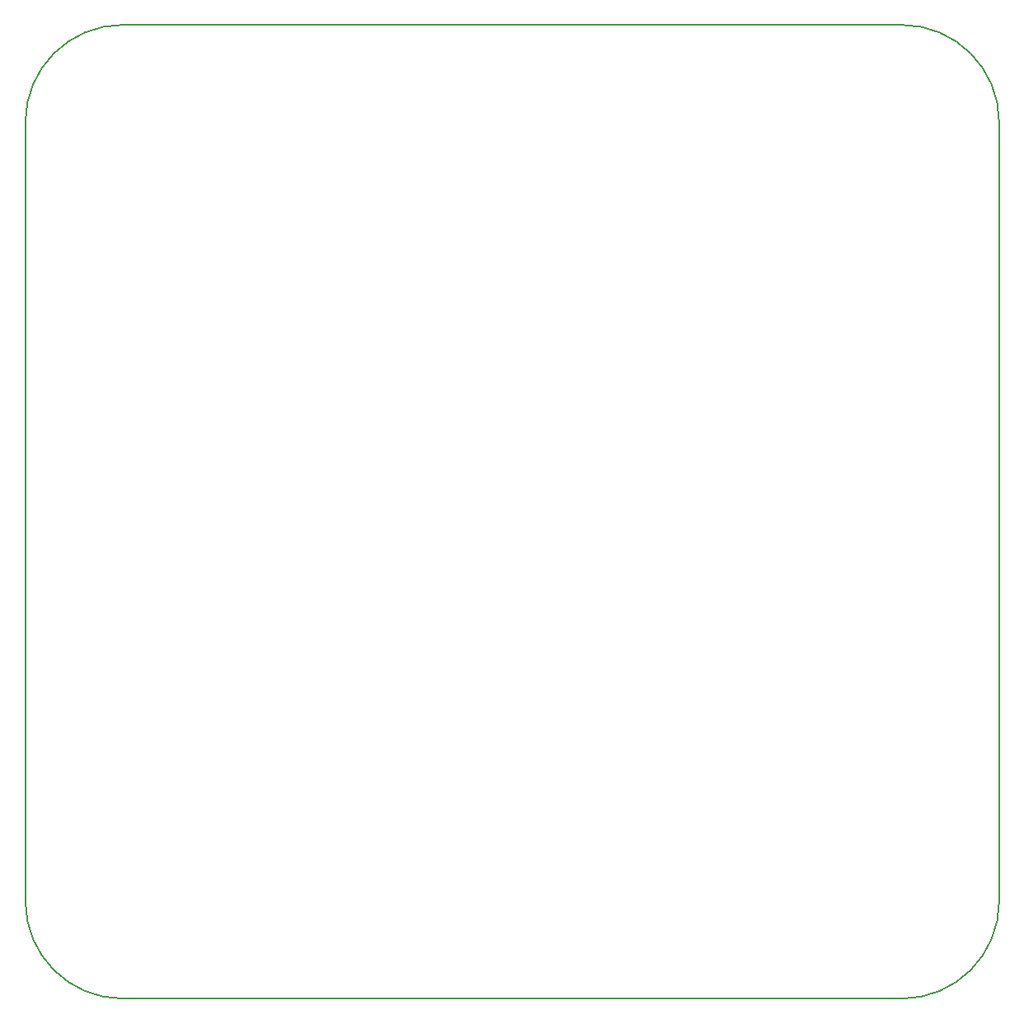
<source format=gbr>
%TF.GenerationSoftware,KiCad,Pcbnew,9.0.3*%
%TF.CreationDate,2025-08-30T15:17:28-07:00*%
%TF.ProjectId,imx8x_carrier_v2,696d7838-785f-4636-9172-726965725f76,A*%
%TF.SameCoordinates,Original*%
%TF.FileFunction,Profile,NP*%
%FSLAX46Y46*%
G04 Gerber Fmt 4.6, Leading zero omitted, Abs format (unit mm)*
G04 Created by KiCad (PCBNEW 9.0.3) date 2025-08-30 15:17:28*
%MOMM*%
%LPD*%
G01*
G04 APERTURE LIST*
%TA.AperFunction,Profile*%
%ADD10C,0.200000*%
%TD*%
G04 APERTURE END LIST*
D10*
X156840201Y-25628400D02*
X76840199Y-25628400D01*
X166840200Y-115628400D02*
X166840200Y-35628399D01*
X76840200Y-125628400D02*
G75*
G02*
X66840200Y-115628400I0J10000000D01*
G01*
X156840201Y-25628400D02*
G75*
G02*
X166840200Y-35628399I-1J-10000000D01*
G01*
X66840200Y-35628399D02*
X66840200Y-115628400D01*
X166840200Y-115628400D02*
G75*
G02*
X156840200Y-125628400I-10000000J0D01*
G01*
X76840200Y-125628400D02*
X156840200Y-125628400D01*
X66840200Y-35628399D02*
G75*
G02*
X76840199Y-25628400I10000000J-1D01*
G01*
M02*

</source>
